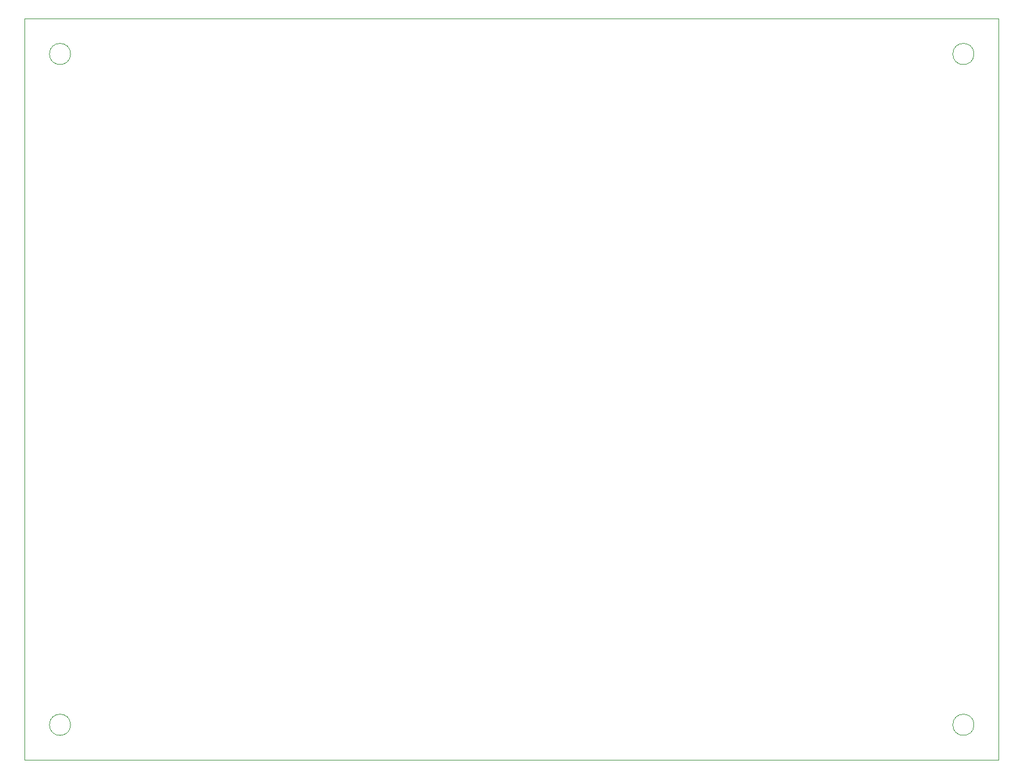
<source format=gbr>
G04 #@! TF.GenerationSoftware,KiCad,Pcbnew,7.0.7*
G04 #@! TF.CreationDate,2024-01-31T11:47:32+01:00*
G04 #@! TF.ProjectId,PartnerPDM,50617274-6e65-4725-9044-4d2e6b696361,rev?*
G04 #@! TF.SameCoordinates,Original*
G04 #@! TF.FileFunction,Profile,NP*
%FSLAX46Y46*%
G04 Gerber Fmt 4.6, Leading zero omitted, Abs format (unit mm)*
G04 Created by KiCad (PCBNEW 7.0.7) date 2024-01-31 11:47:32*
%MOMM*%
%LPD*%
G01*
G04 APERTURE LIST*
G04 #@! TA.AperFunction,Profile*
%ADD10C,0.100000*%
G04 #@! TD*
G04 APERTURE END LIST*
D10*
X174500000Y-37500000D02*
G75*
G03*
X174500000Y-37500000I-1500000J0D01*
G01*
X40000000Y-32500000D02*
X178000000Y-32500000D01*
X178000000Y-137500000D01*
X40000000Y-137500000D01*
X40000000Y-32500000D01*
X46500000Y-132500000D02*
G75*
G03*
X46500000Y-132500000I-1500000J0D01*
G01*
X46500000Y-37500000D02*
G75*
G03*
X46500000Y-37500000I-1500000J0D01*
G01*
X174500000Y-132500000D02*
G75*
G03*
X174500000Y-132500000I-1500000J0D01*
G01*
M02*

</source>
